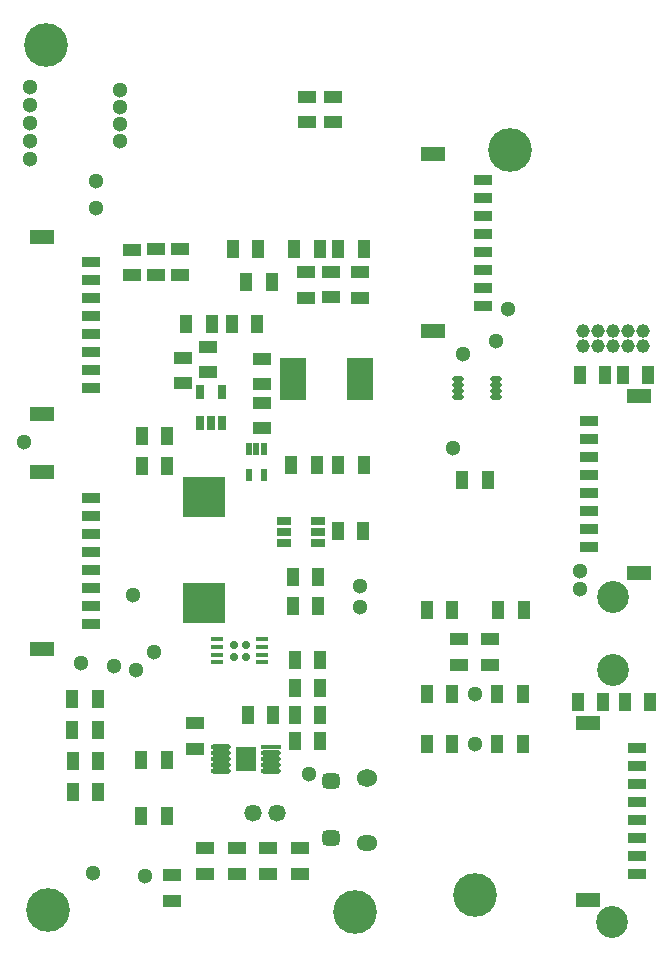
<source format=gbs>
G04*
G04 #@! TF.GenerationSoftware,Altium Limited,Altium Designer,18.0.7 (293)*
G04*
G04 Layer_Color=16711935*
%FSLAX42Y42*%
%MOMM*%
G71*
G01*
G75*
%ADD18R,1.60X1.00*%
%ADD19R,1.10X1.60*%
%ADD21R,1.00X1.60*%
%ADD22R,1.60X1.10*%
%ADD32R,1.60X0.90*%
%ADD33R,2.10X1.30*%
%ADD39C,1.47*%
G04:AMPARAMS|DCode=40|XSize=1.4mm|YSize=1.73mm|CornerRadius=0.7mm|HoleSize=0mm|Usage=FLASHONLY|Rotation=90.000|XOffset=0mm|YOffset=0mm|HoleType=Round|Shape=RoundedRectangle|*
%AMROUNDEDRECTD40*
21,1,1.40,0.32,0,0,90.0*
21,1,0.00,1.73,0,0,90.0*
1,1,1.40,0.16,0.00*
1,1,1.40,0.16,0.00*
1,1,1.40,-0.16,0.00*
1,1,1.40,-0.16,0.00*
%
%ADD40ROUNDEDRECTD40*%
G04:AMPARAMS|DCode=41|XSize=1.5mm|YSize=1.73mm|CornerRadius=0.75mm|HoleSize=0mm|Usage=FLASHONLY|Rotation=90.000|XOffset=0mm|YOffset=0mm|HoleType=Round|Shape=RoundedRectangle|*
%AMROUNDEDRECTD41*
21,1,1.50,0.22,0,0,90.0*
21,1,0.00,1.73,0,0,90.0*
1,1,1.50,0.11,0.00*
1,1,1.50,0.11,0.00*
1,1,1.50,-0.11,0.00*
1,1,1.50,-0.11,0.00*
%
%ADD41ROUNDEDRECTD41*%
G04:AMPARAMS|DCode=42|XSize=1.3mm|YSize=1.5mm|CornerRadius=0.38mm|HoleSize=0mm|Usage=FLASHONLY|Rotation=90.000|XOffset=0mm|YOffset=0mm|HoleType=Round|Shape=RoundedRectangle|*
%AMROUNDEDRECTD42*
21,1,1.30,0.75,0,0,90.0*
21,1,0.55,1.50,0,0,90.0*
1,1,0.75,0.38,0.28*
1,1,0.75,0.38,-0.28*
1,1,0.75,-0.38,-0.28*
1,1,0.75,-0.38,0.28*
%
%ADD42ROUNDEDRECTD42*%
%ADD43C,1.15*%
%ADD44C,1.30*%
%ADD45C,0.70*%
%ADD46C,3.70*%
%ADD47C,2.70*%
%ADD94R,0.75X1.25*%
%ADD95R,2.20X3.60*%
%ADD96R,0.60X1.05*%
%ADD97R,1.25X0.80*%
%ADD98R,3.52X3.43*%
%ADD99R,1.10X0.45*%
%ADD100R,1.77X2.08*%
%ADD101R,1.70X0.45*%
%ADD102O,1.70X0.45*%
%ADD103O,1.00X0.50*%
D18*
X5118Y8208D02*
D03*
Y8429D02*
D03*
X4915Y8208D02*
D03*
Y8429D02*
D03*
X6185Y8238D02*
D03*
Y8018D02*
D03*
X6642D02*
D03*
Y8238D02*
D03*
X5245Y4195D02*
D03*
Y4415D02*
D03*
X5055Y3133D02*
D03*
Y2913D02*
D03*
X5334Y3141D02*
D03*
Y3361D02*
D03*
X5601Y3141D02*
D03*
Y3361D02*
D03*
X6134D02*
D03*
Y3141D02*
D03*
X5867Y3361D02*
D03*
Y3141D02*
D03*
X7747Y5126D02*
D03*
Y4906D02*
D03*
X7480Y5126D02*
D03*
Y4906D02*
D03*
D19*
X5572Y8433D02*
D03*
X5782D02*
D03*
X5769Y7798D02*
D03*
X5559D02*
D03*
X4797Y6591D02*
D03*
X5007D02*
D03*
X4797Y6845D02*
D03*
X5007D02*
D03*
X6671Y6045D02*
D03*
X6461D02*
D03*
X6290Y5651D02*
D03*
X6080D02*
D03*
X6290Y5410D02*
D03*
X6080D02*
D03*
X5699Y4483D02*
D03*
X5909D02*
D03*
X6303Y4953D02*
D03*
X6093D02*
D03*
X6303Y4712D02*
D03*
X6093D02*
D03*
X6303Y4483D02*
D03*
X6093D02*
D03*
X6303Y4267D02*
D03*
X6093D02*
D03*
X4213Y4097D02*
D03*
X4423D02*
D03*
X4213Y3835D02*
D03*
X4423D02*
D03*
X7420Y5372D02*
D03*
X7210D02*
D03*
X7420Y4661D02*
D03*
X7210D02*
D03*
X7420Y4242D02*
D03*
X7210D02*
D03*
X8874Y7366D02*
D03*
X9084D02*
D03*
X8716D02*
D03*
X8506D02*
D03*
X8887Y4597D02*
D03*
X9097D02*
D03*
X8703D02*
D03*
X8493D02*
D03*
D21*
X6088Y8433D02*
D03*
X6308D02*
D03*
X6676D02*
D03*
X6456D02*
D03*
X5173Y7798D02*
D03*
X5393D02*
D03*
X5677Y8153D02*
D03*
X5897D02*
D03*
X6062Y6604D02*
D03*
X6282D02*
D03*
X6456D02*
D03*
X6676D02*
D03*
X4208Y4623D02*
D03*
X4428D02*
D03*
X4208Y4361D02*
D03*
X4428D02*
D03*
X4792Y3632D02*
D03*
X5012D02*
D03*
X4792Y4100D02*
D03*
X5012D02*
D03*
X7730Y6477D02*
D03*
X7510D02*
D03*
X8035Y5372D02*
D03*
X7815D02*
D03*
X8022Y4661D02*
D03*
X7802D02*
D03*
X8022Y4242D02*
D03*
X7802D02*
D03*
D22*
X6198Y9509D02*
D03*
Y9719D02*
D03*
X6414Y9509D02*
D03*
Y9719D02*
D03*
X5359Y7388D02*
D03*
Y7598D02*
D03*
X4712Y8214D02*
D03*
Y8424D02*
D03*
X6401Y8023D02*
D03*
Y8233D02*
D03*
X5144Y7509D02*
D03*
Y7299D02*
D03*
X5817Y7286D02*
D03*
Y7496D02*
D03*
Y7128D02*
D03*
Y6918D02*
D03*
D32*
X4369Y8318D02*
D03*
Y8166D02*
D03*
Y7861D02*
D03*
Y8014D02*
D03*
Y7557D02*
D03*
Y7709D02*
D03*
Y7252D02*
D03*
Y7404D02*
D03*
Y6325D02*
D03*
Y6172D02*
D03*
Y5867D02*
D03*
Y6020D02*
D03*
Y5563D02*
D03*
Y5715D02*
D03*
Y5258D02*
D03*
Y5410D02*
D03*
X8585Y6820D02*
D03*
Y6972D02*
D03*
Y6515D02*
D03*
Y6668D02*
D03*
Y6210D02*
D03*
Y6363D02*
D03*
Y6058D02*
D03*
Y5906D02*
D03*
X7683Y9017D02*
D03*
Y8865D02*
D03*
Y8560D02*
D03*
Y8712D02*
D03*
Y8255D02*
D03*
Y8407D02*
D03*
Y7950D02*
D03*
Y8103D02*
D03*
X8992Y4204D02*
D03*
Y4051D02*
D03*
Y3747D02*
D03*
Y3899D02*
D03*
Y3442D02*
D03*
Y3594D02*
D03*
Y3137D02*
D03*
Y3289D02*
D03*
D33*
X3950Y8534D02*
D03*
Y7036D02*
D03*
Y6540D02*
D03*
Y5042D02*
D03*
X9004Y7188D02*
D03*
Y5690D02*
D03*
X7264Y9233D02*
D03*
Y7734D02*
D03*
X8572Y4420D02*
D03*
Y2921D02*
D03*
D39*
X5940Y3658D02*
D03*
X5740D02*
D03*
D40*
X6706Y3404D02*
D03*
D41*
Y3950D02*
D03*
D42*
X6401Y3924D02*
D03*
Y3442D02*
D03*
D43*
X9042Y7607D02*
D03*
X8788D02*
D03*
X8661D02*
D03*
X8534D02*
D03*
X9042Y7734D02*
D03*
X8915D02*
D03*
X8788D02*
D03*
X8661D02*
D03*
X8534D02*
D03*
X8915Y7607D02*
D03*
D44*
X3848Y9500D02*
D03*
Y9195D02*
D03*
Y9347D02*
D03*
Y9652D02*
D03*
Y9804D02*
D03*
X8509Y5550D02*
D03*
Y5702D02*
D03*
X4902Y5017D02*
D03*
X4280Y4928D02*
D03*
X7518Y7544D02*
D03*
X7620Y4661D02*
D03*
X7899Y7925D02*
D03*
X7620Y4242D02*
D03*
X7793Y7650D02*
D03*
X7429Y6744D02*
D03*
X4407Y9004D02*
D03*
Y8776D02*
D03*
X6642Y5575D02*
D03*
Y5397D02*
D03*
X6210Y3988D02*
D03*
X4826Y3124D02*
D03*
X3797Y6794D02*
D03*
X4381Y3150D02*
D03*
X4724Y5499D02*
D03*
X4559Y4902D02*
D03*
X4750Y4864D02*
D03*
X4610Y9779D02*
D03*
Y9635D02*
D03*
Y9491D02*
D03*
Y9347D02*
D03*
D45*
X5576Y4979D02*
D03*
X5676D02*
D03*
X5576Y5079D02*
D03*
X5676D02*
D03*
D46*
X7912Y9271D02*
D03*
X7620Y2959D02*
D03*
X6604Y2819D02*
D03*
X4001Y2832D02*
D03*
X3988Y10160D02*
D03*
D47*
X8788Y5486D02*
D03*
Y4864D02*
D03*
X8776Y2731D02*
D03*
D94*
X5480Y6954D02*
D03*
X5385D02*
D03*
X5290D02*
D03*
Y7219D02*
D03*
X5480D02*
D03*
D95*
X6646Y7328D02*
D03*
X6076D02*
D03*
D96*
X5701Y6519D02*
D03*
X5831D02*
D03*
Y6739D02*
D03*
X5766D02*
D03*
X5701D02*
D03*
D97*
X6004Y5938D02*
D03*
Y6033D02*
D03*
Y6128D02*
D03*
X6289D02*
D03*
Y6033D02*
D03*
Y5938D02*
D03*
D98*
X5321Y6329D02*
D03*
Y5432D02*
D03*
D99*
X5437Y4932D02*
D03*
Y4997D02*
D03*
Y5062D02*
D03*
Y5127D02*
D03*
X5815Y4932D02*
D03*
Y4997D02*
D03*
Y5062D02*
D03*
Y5127D02*
D03*
D100*
X5677Y4115D02*
D03*
D101*
X5887Y4215D02*
D03*
D102*
Y4165D02*
D03*
Y4115D02*
D03*
Y4065D02*
D03*
Y4015D02*
D03*
X5467Y4215D02*
D03*
Y4165D02*
D03*
Y4115D02*
D03*
Y4065D02*
D03*
Y4015D02*
D03*
D103*
X7473Y7177D02*
D03*
Y7227D02*
D03*
Y7277D02*
D03*
Y7327D02*
D03*
X7793Y7177D02*
D03*
Y7227D02*
D03*
Y7277D02*
D03*
Y7327D02*
D03*
M02*

</source>
